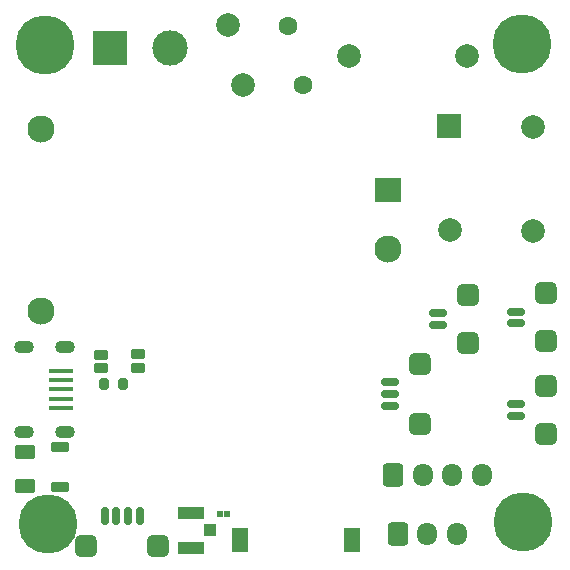
<source format=gbr>
%TF.GenerationSoftware,KiCad,Pcbnew,(6.0.9)*%
%TF.CreationDate,2022-12-23T18:09:19+01:00*%
%TF.ProjectId,Home Automation Coffee Machine PRO,486f6d65-2041-4757-946f-6d6174696f6e,5.3*%
%TF.SameCoordinates,Original*%
%TF.FileFunction,Soldermask,Bot*%
%TF.FilePolarity,Negative*%
%FSLAX46Y46*%
G04 Gerber Fmt 4.6, Leading zero omitted, Abs format (unit mm)*
G04 Created by KiCad (PCBNEW (6.0.9)) date 2022-12-23 18:09:19*
%MOMM*%
%LPD*%
G01*
G04 APERTURE LIST*
G04 Aperture macros list*
%AMRoundRect*
0 Rectangle with rounded corners*
0 $1 Rounding radius*
0 $2 $3 $4 $5 $6 $7 $8 $9 X,Y pos of 4 corners*
0 Add a 4 corners polygon primitive as box body*
4,1,4,$2,$3,$4,$5,$6,$7,$8,$9,$2,$3,0*
0 Add four circle primitives for the rounded corners*
1,1,$1+$1,$2,$3*
1,1,$1+$1,$4,$5*
1,1,$1+$1,$6,$7*
1,1,$1+$1,$8,$9*
0 Add four rect primitives between the rounded corners*
20,1,$1+$1,$2,$3,$4,$5,0*
20,1,$1+$1,$4,$5,$6,$7,0*
20,1,$1+$1,$6,$7,$8,$9,0*
20,1,$1+$1,$8,$9,$2,$3,0*%
G04 Aperture macros list end*
%ADD10RoundRect,0.150000X0.625000X-0.150000X0.625000X0.150000X-0.625000X0.150000X-0.625000X-0.150000X0*%
%ADD11RoundRect,0.374999X0.525001X-0.525001X0.525001X0.525001X-0.525001X0.525001X-0.525001X-0.525001X0*%
%ADD12R,0.500000X0.500000*%
%ADD13R,2.250000X1.100000*%
%ADD14R,1.100000X1.050000*%
%ADD15R,1.400000X2.100000*%
%ADD16C,0.800000*%
%ADD17C,5.000000*%
%ADD18C,2.300000*%
%ADD19R,2.300000X2.000000*%
%ADD20RoundRect,0.200000X-0.600000X0.200000X-0.600000X-0.200000X0.600000X-0.200000X0.600000X0.200000X0*%
%ADD21RoundRect,0.150000X-0.150000X-0.625000X0.150000X-0.625000X0.150000X0.625000X-0.150000X0.625000X0*%
%ADD22RoundRect,0.374999X-0.525001X-0.525001X0.525001X-0.525001X0.525001X0.525001X-0.525001X0.525001X0*%
%ADD23RoundRect,0.250000X-0.600000X-0.725000X0.600000X-0.725000X0.600000X0.725000X-0.600000X0.725000X0*%
%ADD24O,1.700000X1.950000*%
%ADD25C,1.600000*%
%ADD26C,2.000000*%
%ADD27R,2.000000X0.350000*%
%ADD28O,1.700000X1.100000*%
%ADD29RoundRect,0.200000X0.200000X0.275000X-0.200000X0.275000X-0.200000X-0.275000X0.200000X-0.275000X0*%
%ADD30R,3.000000X3.000000*%
%ADD31C,3.000000*%
%ADD32RoundRect,0.124800X0.475200X0.275200X-0.475200X0.275200X-0.475200X-0.275200X0.475200X-0.275200X0*%
%ADD33R,2.000000X2.000000*%
%ADD34C,2.010000*%
%ADD35RoundRect,0.250000X0.625000X-0.375000X0.625000X0.375000X-0.625000X0.375000X-0.625000X-0.375000X0*%
G04 APERTURE END LIST*
D10*
%TO.C,mx_CONN1*%
X155515000Y-103880000D03*
X155515000Y-102880000D03*
D11*
X158040000Y-105412000D03*
X158040000Y-101348000D03*
%TD*%
D12*
%TO.C,REF\u002A\u002A*%
X131040000Y-120030000D03*
X130415000Y-120035000D03*
%TD*%
D13*
%TO.C,J1*%
X128000000Y-119915000D03*
X128000000Y-122865000D03*
D14*
X129550000Y-121390000D03*
%TD*%
D15*
%TO.C,ANT1*%
X132150500Y-122200000D03*
X141650500Y-122200000D03*
%TD*%
D16*
%TO.C,REF\u002A\u002A*%
X155994175Y-82139175D03*
X157869175Y-80264175D03*
X154119175Y-80264175D03*
X155994175Y-78389175D03*
X157320000Y-81590000D03*
X154668350Y-78938350D03*
X154668350Y-81590000D03*
D17*
X155994175Y-80264175D03*
D16*
X157320000Y-78938350D03*
%TD*%
%TO.C,REF\u002A\u002A*%
X116985825Y-81605825D03*
X113785000Y-80280000D03*
X114334175Y-78954175D03*
X115660000Y-82155000D03*
X117535000Y-80280000D03*
D17*
X115660000Y-80280000D03*
D16*
X116985825Y-78954175D03*
X115660000Y-78405000D03*
X114334175Y-81605825D03*
%TD*%
%TO.C,REF\u002A\u002A*%
X154744175Y-119364175D03*
X157945000Y-120690000D03*
X154744175Y-122015825D03*
X156070000Y-122565000D03*
X156070000Y-118815000D03*
X157395825Y-122015825D03*
X157395825Y-119364175D03*
D17*
X156070000Y-120690000D03*
D16*
X154195000Y-120690000D03*
%TD*%
%TO.C,REF\u002A\u002A*%
X114514175Y-122175825D03*
X117165825Y-119524175D03*
X114514175Y-119524175D03*
X117165825Y-122175825D03*
D17*
X115840000Y-120850000D03*
D16*
X117715000Y-120850000D03*
X115840000Y-118975000D03*
X115840000Y-122725000D03*
X113965000Y-120850000D03*
%TD*%
D18*
%TO.C,HiLink1*%
X115272500Y-102790000D03*
X115272500Y-87390000D03*
X144672500Y-97590000D03*
D19*
X144672500Y-92590000D03*
%TD*%
D10*
%TO.C,ExtPW1*%
X155535000Y-111740000D03*
X155535000Y-110740000D03*
D11*
X158060000Y-109208000D03*
X158060000Y-113272000D03*
%TD*%
D20*
%TO.C,RST1*%
X116860000Y-114360000D03*
X116860000Y-117700000D03*
%TD*%
D21*
%TO.C,VL53L0X1*%
X120670000Y-120185000D03*
X121670000Y-120185000D03*
X122670000Y-120185000D03*
X123670000Y-120185000D03*
D22*
X125218000Y-122710000D03*
X119122000Y-122710000D03*
%TD*%
D23*
%TO.C,NEXTIONLCD1*%
X145120000Y-116720000D03*
D24*
X147620000Y-116720000D03*
X150120000Y-116720000D03*
X152620000Y-116720000D03*
%TD*%
D25*
%TO.C,HLV1*%
X136170000Y-78670000D03*
X137470000Y-83670000D03*
%TD*%
D26*
%TO.C,HLC1*%
X151350000Y-81220000D03*
X141350000Y-81220000D03*
%TD*%
D27*
%TO.C,USB-M1*%
X116950000Y-111035000D03*
X116960000Y-110265000D03*
X116950000Y-109445000D03*
X116960000Y-108655000D03*
X116950000Y-107900000D03*
D28*
X113810000Y-105860000D03*
X113810000Y-113080000D03*
X117290000Y-105880000D03*
X117280000Y-113070000D03*
%TD*%
D23*
%TO.C,TEMPDS1*%
X145490000Y-121720000D03*
D24*
X147990000Y-121720000D03*
X150490000Y-121720000D03*
%TD*%
D29*
%TO.C,LR1*%
X122235000Y-109040000D03*
X120585000Y-109040000D03*
%TD*%
D30*
%TO.C,PWR220*%
X121160000Y-80570000D03*
D31*
X126240000Y-80570000D03*
%TD*%
D32*
%TO.C,LED1*%
X123520000Y-107650000D03*
X120340000Y-107660000D03*
X123520000Y-106510000D03*
X120330000Y-106540000D03*
%TD*%
D26*
%TO.C,HLL1*%
X156961875Y-96026250D03*
X149914375Y-95948750D03*
X156911875Y-87271250D03*
D33*
X149844375Y-87198750D03*
%TD*%
D34*
%TO.C,PF1*%
X132345431Y-83731423D03*
X131145431Y-78631423D03*
%TD*%
D10*
%TO.C,ExtSW1*%
X144865000Y-110860000D03*
X144865000Y-109860000D03*
X144865000Y-108860000D03*
D11*
X147390000Y-112400000D03*
X147390000Y-107320000D03*
%TD*%
D10*
%TO.C,WaterLevel1*%
X148935000Y-104030000D03*
X148935000Y-103030000D03*
D11*
X151460000Y-101498000D03*
X151460000Y-105562000D03*
%TD*%
D35*
%TO.C,Fuse1*%
X113920000Y-117610000D03*
X113920000Y-114810000D03*
%TD*%
M02*

</source>
